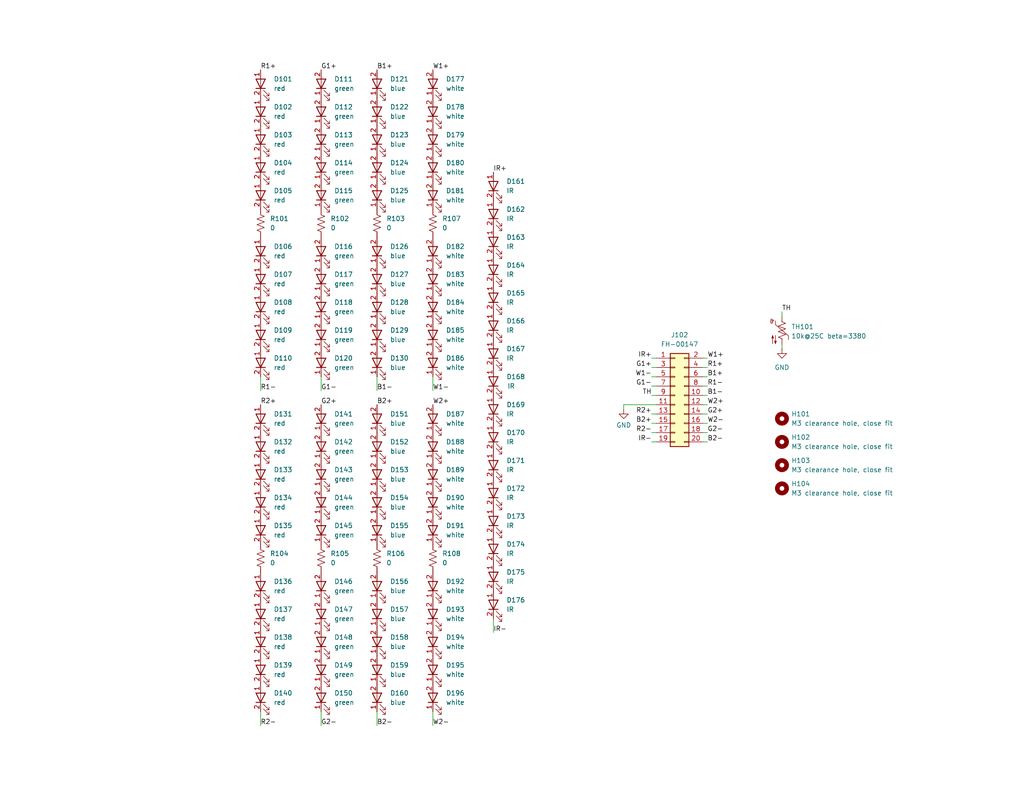
<source format=kicad_sch>
(kicad_sch (version 20250114) (generator "eeschema") (generator_version "9.0")
  (paper "USLetter")
  (title_block (title "big scanlight array pcb") (date "2025-11-04") (rev "1") (company "jackw01"))
  (lib_symbols
    (symbol "Connector_Generic:Conn_02x10_Odd_Even" (pin_names (offset 1.016) (hide yes))
      (property "Reference" "J" (at 1.27 12.7 0))
      (property "Value" "Conn_02x10_Odd_Even" (at 1.27 -15.24 0))
      (symbol "Conn_02x10_Odd_Even_1_1"
        (pin passive line (at -5.08 10.16 0) (length 3.81) (name "Pin_1") (number "1"))
        (pin passive line (at -5.08 7.62 0) (length 3.81) (name "Pin_3") (number "3"))
        (pin passive line (at -5.08 5.08 0) (length 3.81) (name "Pin_5") (number "5"))
        (pin passive line (at -5.08 2.54 0) (length 3.81) (name "Pin_7") (number "7"))
        (pin passive line (at -5.08 0 0) (length 3.81) (name "Pin_9") (number "9"))
        (pin passive line (at -5.08 -2.54 0) (length 3.81) (name "Pin_11") (number "11"))
        (pin passive line (at -5.08 -5.08 0) (length 3.81) (name "Pin_13") (number "13"))
        (pin passive line (at -5.08 -7.62 0) (length 3.81) (name "Pin_15") (number "15"))
        (pin passive line (at -5.08 -10.16 0) (length 3.81) (name "Pin_17") (number "17"))
        (pin passive line (at -5.08 -12.7 0) (length 3.81) (name "Pin_19") (number "19"))
        (pin passive line (at 7.62 10.16 180) (length 3.81) (name "Pin_2") (number "2"))
        (pin passive line (at 7.62 7.62 180) (length 3.81) (name "Pin_4") (number "4"))
        (pin passive line (at 7.62 5.08 180) (length 3.81) (name "Pin_6") (number "6"))
        (pin passive line (at 7.62 2.54 180) (length 3.81) (name "Pin_8") (number "8"))
        (pin passive line (at 7.62 0 180) (length 3.81) (name "Pin_10") (number "10"))
        (pin passive line (at 7.62 -2.54 180) (length 3.81) (name "Pin_12") (number "12"))
        (pin passive line (at 7.62 -5.08 180) (length 3.81) (name "Pin_14") (number "14"))
        (pin passive line (at 7.62 -7.62 180) (length 3.81) (name "Pin_16") (number "16"))
        (pin passive line (at 7.62 -10.16 180) (length 3.81) (name "Pin_18") (number "18"))
        (pin passive line (at 7.62 -12.7 180) (length 3.81) (name "Pin_20") (number "20"))
      )
    )
    (symbol "Device:LED" (pin_names (offset 1.016) (hide yes))
      (property "Reference" "D" (at 0 2.54 0))
      (property "Value" "LED" (at 0 -2.54 0))
      (symbol "LED_1_1"
        (pin passive line (at -3.81 0 0) (length 2.54) (name "K") (number "1"))
        (pin passive line (at 3.81 0 180) (length 2.54) (name "A") (number "2"))
      )
    )
    (symbol "Device:R_US" (pin_numbers (hide yes)) (pin_names (offset 0))
      (property "Reference" "R" (at 2.54 0 90))
      (property "Value" "R_US" (at -2.54 0 90))
      (symbol "R_US_1_1"
        (pin passive line (at 0 3.81 270) (length 1.27) (name "~") (number "1"))
        (pin passive line (at 0 -3.81 90) (length 1.27) (name "~") (number "2"))
      )
    )
    (symbol "Device:Thermistor_NTC_US" (pin_numbers (hide yes)) (pin_names (offset 0))
      (property "Reference" "TH" (at -4.445 0 90))
      (property "Value" "Thermistor_NTC_US" (at 3.175 0 90))
      (symbol "Thermistor_NTC_US_1_1"
        (pin passive line (at 0 3.81 270) (length 1.27) (name "~") (number "1"))
        (pin passive line (at 0 -3.81 90) (length 1.27) (name "~") (number "2"))
      )
    )
    (symbol "LED_1" (pin_names (offset 1.016) (hide yes))
      (property "Reference" "D16" (at -0.3174 -3.81 90))
      (property "Value" "deep red" (at -2.8574 -3.81 90))
      (symbol "LED_1_1_1"
        (pin passive line (at -3.81 0 0) (length 2.54) (name "K") (number "2"))
        (pin passive line (at 3.81 0 180) (length 2.54) (name "A") (number "1"))
      )
    )
    (symbol "LED_7" (pin_names (offset 1.016) (hide yes))
      (property "Reference" "D" (at 0 2.54 0))
      (property "Value" "LED" (at 0 -2.54 0))
      (symbol "LED_7_1_1"
        (pin passive line (at -3.81 0 0) (length 2.54) (name "K") (number "1"))
        (pin passive line (at 3.81 0 180) (length 2.54) (name "A") (number "2"))
      )
    )
    (symbol "Mechanical:MountingHole" (pin_names (offset 1.016)) (in_bom no)
      (property "Reference" "H" (at 0 5.08 0))
      (property "Value" "MountingHole" (at 0 3.175 0))
    )
    (symbol "power:GND" (power) (pin_numbers (hide yes)) (pin_names (offset 0) (hide yes))
      (property "Value" "GND" (at 0 -3.81 0))
      (symbol "GND_1_1"
        (pin power_in line (at 0 0 270) (length 0) (name "~") (number "1"))
      )
    )
  )
  (wire (pts (xy 118.11 194.31) (xy 118.11 198.12)))
  (wire (pts (xy 193.04 102.87) (xy 191.77 102.87)))
  (wire (pts (xy 193.04 113.03) (xy 191.77 113.03)))
  (wire (pts (xy 177.8 115.57) (xy 179.07 115.57)))
  (wire (pts (xy 177.8 120.65) (xy 179.07 120.65)))
  (wire (pts (xy 193.04 115.57) (xy 191.77 115.57)))
  (wire (pts (xy 177.8 118.11) (xy 179.07 118.11)))
  (wire (pts (xy 193.04 120.65) (xy 191.77 120.65)))
  (wire (pts (xy 193.04 118.11) (xy 191.77 118.11)))
  (wire (pts (xy 170.18 111.76) (xy 170.18 110.49)))
  (wire (pts (xy 177.8 113.03) (xy 179.07 113.03)))
  (wire (pts (xy 87.63 102.87) (xy 87.63 106.68)))
  (wire (pts (xy 71.12 102.87) (xy 71.12 106.68)))
  (wire (pts (xy 193.04 105.41) (xy 191.77 105.41)))
  (wire (pts (xy 177.8 97.79) (xy 179.07 97.79)))
  (wire (pts (xy 213.36 85.09) (xy 213.36 86.36)))
  (wire (pts (xy 177.8 102.87) (xy 179.07 102.87)))
  (wire (pts (xy 102.87 102.87) (xy 102.87 106.68)))
  (wire (pts (xy 170.18 110.49) (xy 179.07 110.49)))
  (wire (pts (xy 177.8 107.95) (xy 179.07 107.95)))
  (wire (pts (xy 118.11 102.87) (xy 118.11 106.68)))
  (wire (pts (xy 177.8 100.33) (xy 179.07 100.33)))
  (wire (pts (xy 71.12 194.31) (xy 71.12 198.12)))
  (wire (pts (xy 193.04 97.79) (xy 191.77 97.79)))
  (wire (pts (xy 213.36 93.98) (xy 213.36 95.25)))
  (wire (pts (xy 177.8 105.41) (xy 179.07 105.41)))
  (wire (pts (xy 102.87 194.31) (xy 102.87 198.12)))
  (wire (pts (xy 87.63 194.31) (xy 87.63 198.12)))
  (wire (pts (xy 193.04 110.49) (xy 191.77 110.49)))
  (wire (pts (xy 193.04 107.95) (xy 191.77 107.95)))
  (wire (pts (xy 193.04 100.33) (xy 191.77 100.33)))
  (wire (pts (xy 134.62 168.91) (xy 134.62 172.72)))
  (label "B2+" (at 177.8 115.57 180))
  (label "W1-" (at 177.8 102.87 180))
  (label "R1-" (at 71.12 106.68 0))
  (label "IR-" (at 177.8 120.65 180))
  (label "G1-" (at 87.63 106.68 0))
  (label "G2+" (at 87.63 110.49 0))
  (label "R2+" (at 71.12 110.49 0))
  (label "IR+" (at 177.8 97.79 180))
  (label "W1+" (at 193.04 97.79 0))
  (label "B1+" (at 102.87 19.05 0))
  (label "W2-" (at 118.11 198.12 0))
  (label "R2-" (at 177.8 118.11 180))
  (label "TH" (at 177.8 107.95 180))
  (label "G1+" (at 177.8 100.33 180))
  (label "B1-" (at 102.87 106.68 0))
  (label "W2+" (at 193.04 110.49 0))
  (label "IR-" (at 134.62 172.72 0))
  (label "B2+" (at 102.87 110.49 0))
  (label "R1+" (at 193.04 100.33 0))
  (label "G1+" (at 87.63 19.05 0))
  (label "G2-" (at 193.04 118.11 0))
  (label "W2+" (at 118.11 110.49 0))
  (label "W2-" (at 193.04 115.57 0))
  (label "B2-" (at 102.87 198.12 0))
  (label "B2-" (at 193.04 120.65 0))
  (label "R1+" (at 71.12 19.05 0))
  (label "G1-" (at 177.8 105.41 180))
  (label "W1-" (at 118.11 106.68 0))
  (label "TH" (at 213.36 85.09 0))
  (label "R2-" (at 71.12 198.12 0))
  (label "G2-" (at 87.63 198.12 0))
  (label "IR+" (at 134.62 46.99 0))
  (label "R1-" (at 193.04 105.41 0))
  (label "W1+" (at 118.11 19.05 0))
  (label "G2+" (at 193.04 113.03 0))
  (label "B1+" (at 193.04 102.87 0))
  (label "R2+" (at 177.8 113.03 180))
  (label "B1-" (at 193.04 107.95 0))
  (symbol (lib_id "Device:R_US") (at 71.12 60.96 0) (unit 1)
    (property "Reference" "R101" (at 73.66 59.6899 0) (effects (justify left)))
    (property "Value" "0" (at 73.66 62.2299 0) (effects (justify left)))
    (property "Footprint" "Resistor_SMD:R_1206_3216Metric" (effects (hide yes)))
    (property "Description" "Resistor, US symbol" (effects (hide yes)))
    (property "LCSC" "C17888" (effects (hide yes)))
    (property "MPN" "1206W4F0000T5E" (effects (hide yes)))
  )
  (symbol (lib_id "Device:LED") (at 102.87 114.3 90) (unit 1)
    (property "Reference" "D151" (at 106.426 113.03 90) (effects (justify right)))
    (property "Value" "blue" (at 106.426 115.57 90) (effects (justify right)))
    (property "Footprint" "Custom:LED_2835" (effects (hide yes)))
    (property "Description" "Light emitting diode" (effects (hide yes)))
    (property "MPN" "TJ-S2835UG5W8TLC6B-A5" (effects (hide yes)))
    (property "LCSC" "C440452" (effects (hide yes)))
  )
  (symbol (lib_name "LED_7") (lib_id "Device:LED") (at 87.63 22.86 90) (unit 1)
    (property "Reference" "D111" (at 91.186 21.59 90) (effects (justify right)))
    (property "Value" "green" (at 91.186 24.13 90) (effects (justify right)))
    (property "Footprint" "Custom:LED_2835" (effects (hide yes)))
    (property "Description" "Light emitting diode" (effects (hide yes)))
    (property "MPN" "TJ-S2835UG5W8TLC2G-A5" (effects (hide yes)))
    (property "LCSC" "C440451" (effects (hide yes)))
  )
  (symbol (lib_name "LED_1") (lib_id "Device:LED") (at 134.62 157.48 90) (unit 1)
    (property "Reference" "D175" (at 138.176 156.21 90) (effects (justify right)))
    (property "Value" "IR" (at 138.176 158.75 90) (effects (justify right)))
    (property "Footprint" "Custom:LED_2835_Reversed_Red" (effects (hide yes)))
    (property "Description" "Light emitting diode" (effects (hide yes)))
    (property "MPN" "P2835P1IRS7G12 850nm" (effects (hide yes)))
    (property "LCSC" "C22466172" (effects (hide yes)))
  )
  (symbol (lib_name "LED_7") (lib_id "Device:LED") (at 87.63 121.92 90) (unit 1)
    (property "Reference" "D142" (at 91.186 120.65 90) (effects (justify right)))
    (property "Value" "green" (at 91.186 123.19 90) (effects (justify right)))
    (property "Footprint" "Custom:LED_2835" (effects (hide yes)))
    (property "Description" "Light emitting diode" (effects (hide yes)))
    (property "MPN" "TJ-S2835UG5W8TLC2G-A5" (effects (hide yes)))
    (property "LCSC" "C440451" (effects (hide yes)))
  )
  (symbol (lib_id "Device:LED") (at 102.87 129.54 90) (unit 1)
    (property "Reference" "D153" (at 106.426 128.27 90) (effects (justify right)))
    (property "Value" "blue" (at 106.426 130.81 90) (effects (justify right)))
    (property "Footprint" "Custom:LED_2835" (effects (hide yes)))
    (property "Description" "Light emitting diode" (effects (hide yes)))
    (property "MPN" "TJ-S2835UG5W8TLC6B-A5" (effects (hide yes)))
    (property "LCSC" "C440452" (effects (hide yes)))
  )
  (symbol (lib_name "LED_7") (lib_id "Device:LED") (at 87.63 76.2 90) (unit 1)
    (property "Reference" "D117" (at 91.186 74.93 90) (effects (justify right)))
    (property "Value" "green" (at 91.186 77.47 90) (effects (justify right)))
    (property "Footprint" "Custom:LED_2835" (effects (hide yes)))
    (property "Description" "Light emitting diode" (effects (hide yes)))
    (property "MPN" "TJ-S2835UG5W8TLC2G-A5" (effects (hide yes)))
    (property "LCSC" "C440451" (effects (hide yes)))
  )
  (symbol (lib_name "LED_1") (lib_id "Device:LED") (at 71.12 190.5 90) (unit 1)
    (property "Reference" "D140" (at 74.676 189.23 90) (effects (justify right)))
    (property "Value" "red" (at 74.676 191.77 90) (effects (justify right)))
    (property "Footprint" "Custom:LED_2835_Reversed_Red" (effects (hide yes)))
    (property "Description" "Light emitting diode" (effects (hide yes)))
    (property "MPN" "HL-AS-2835D15FC-S1-08-PCT-ZW-P6" (effects (hide yes)))
    (property "LCSC" "C49435764" (effects (hide yes)))
  )
  (symbol (lib_name "LED_7") (lib_id "Device:LED") (at 87.63 30.48 90) (unit 1)
    (property "Reference" "D112" (at 91.186 29.21 90) (effects (justify right)))
    (property "Value" "green" (at 91.186 31.75 90) (effects (justify right)))
    (property "Footprint" "Custom:LED_2835" (effects (hide yes)))
    (property "Description" "Light emitting diode" (effects (hide yes)))
    (property "MPN" "TJ-S2835UG5W8TLC2G-A5" (effects (hide yes)))
    (property "LCSC" "C440451" (effects (hide yes)))
  )
  (symbol (lib_id "Device:LED") (at 102.87 45.72 90) (unit 1)
    (property "Reference" "D124" (at 106.426 44.45 90) (effects (justify right)))
    (property "Value" "blue" (at 106.426 46.99 90) (effects (justify right)))
    (property "Footprint" "Custom:LED_2835" (effects (hide yes)))
    (property "Description" "Light emitting diode" (effects (hide yes)))
    (property "MPN" "TJ-S2835UG5W8TLC6B-A5" (effects (hide yes)))
    (property "LCSC" "C440452" (effects (hide yes)))
  )
  (symbol (lib_id "Device:R_US") (at 118.11 152.4 0) (unit 1)
    (property "Reference" "R108" (at 120.65 151.1299 0) (effects (justify left)))
    (property "Value" "0" (at 120.65 153.6699 0) (effects (justify left)))
    (property "Footprint" "Resistor_SMD:R_1206_3216Metric" (effects (hide yes)))
    (property "Description" "Resistor, US symbol" (effects (hide yes)))
    (property "LCSC" "C17888" (effects (hide yes)))
    (property "MPN" "1206W4F0000T5E" (effects (hide yes)))
  )
  (symbol (lib_name "LED_7") (lib_id "Device:LED") (at 87.63 167.64 90) (unit 1)
    (property "Reference" "D147" (at 91.186 166.37 90) (effects (justify right)))
    (property "Value" "green" (at 91.186 168.91 90) (effects (justify right)))
    (property "Footprint" "Custom:LED_2835" (effects (hide yes)))
    (property "Description" "Light emitting diode" (effects (hide yes)))
    (property "MPN" "TJ-S2835UG5W8TLC2G-A5" (effects (hide yes)))
    (property "LCSC" "C440451" (effects (hide yes)))
  )
  (symbol (lib_name "LED_1") (lib_id "Device:LED") (at 134.62 58.42 90) (unit 1)
    (property "Reference" "D162" (at 138.176 57.15 90) (effects (justify right)))
    (property "Value" "IR" (at 138.176 59.69 90) (effects (justify right)))
    (property "Footprint" "Custom:LED_2835_Reversed_Red" (effects (hide yes)))
    (property "Description" "Light emitting diode" (effects (hide yes)))
    (property "MPN" "P2835P1IRS7G12 850nm" (effects (hide yes)))
    (property "LCSC" "C22466172" (effects (hide yes)))
  )
  (symbol (lib_name "LED_1") (lib_id "Device:LED") (at 71.12 91.44 90) (unit 1)
    (property "Reference" "D109" (at 74.676 90.17 90) (effects (justify right)))
    (property "Value" "red" (at 74.676 92.71 90) (effects (justify right)))
    (property "Footprint" "Custom:LED_2835_Reversed_Red" (effects (hide yes)))
    (property "Description" "Light emitting diode" (effects (hide yes)))
    (property "MPN" "HL-AS-2835D15FC-S1-08-PCT-ZW-P6" (effects (hide yes)))
    (property "LCSC" "C49435764" (effects (hide yes)))
  )
  (symbol (lib_id "Mechanical:MountingHole") (at 213.36 114.3 0) (unit 1) (in_bom no)
    (property "Reference" "H101" (at 215.9 113.0299 0) (effects (justify left)))
    (property "Value" "M3 clearance hole, close fit" (at 215.9 115.5699 0) (effects (justify left)))
    (property "Footprint" "Custom:MountingHole_3.2mm_M3_Mask" (effects (hide yes)))
    (property "Description" "Mounting Hole without connection" (effects (hide yes)))
  )
  (symbol (lib_name "LED_7") (lib_id "Device:LED") (at 87.63 45.72 90) (unit 1)
    (property "Reference" "D114" (at 91.186 44.45 90) (effects (justify right)))
    (property "Value" "green" (at 91.186 46.99 90) (effects (justify right)))
    (property "Footprint" "Custom:LED_2835" (effects (hide yes)))
    (property "Description" "Light emitting diode" (effects (hide yes)))
    (property "MPN" "TJ-S2835UG5W8TLC2G-A5" (effects (hide yes)))
    (property "LCSC" "C440451" (effects (hide yes)))
  )
  (symbol (lib_name "LED_1") (lib_id "Device:LED") (at 134.62 73.66 90) (unit 1)
    (property "Reference" "D164" (at 138.176 72.39 90) (effects (justify right)))
    (property "Value" "IR" (at 138.176 74.93 90) (effects (justify right)))
    (property "Footprint" "Custom:LED_2835_Reversed_Red" (effects (hide yes)))
    (property "Description" "Light emitting diode" (effects (hide yes)))
    (property "MPN" "P2835P1IRS7G12 850nm" (effects (hide yes)))
    (property "LCSC" "C22466172" (effects (hide yes)))
  )
  (symbol (lib_name "LED_1") (lib_id "Device:LED") (at 71.12 167.64 90) (unit 1)
    (property "Reference" "D137" (at 74.676 166.37 90) (effects (justify right)))
    (property "Value" "red" (at 74.676 168.91 90) (effects (justify right)))
    (property "Footprint" "Custom:LED_2835_Reversed_Red" (effects (hide yes)))
    (property "Description" "Light emitting diode" (effects (hide yes)))
    (property "MPN" "HL-AS-2835D15FC-S1-08-PCT-ZW-P6" (effects (hide yes)))
    (property "LCSC" "C49435764" (effects (hide yes)))
  )
  (symbol (lib_id "Device:R_US") (at 102.87 60.96 0) (unit 1)
    (property "Reference" "R103" (at 105.41 59.6899 0) (effects (justify left)))
    (property "Value" "0" (at 105.41 62.2299 0) (effects (justify left)))
    (property "Footprint" "Resistor_SMD:R_1206_3216Metric" (effects (hide yes)))
    (property "Description" "Resistor, US symbol" (effects (hide yes)))
    (property "LCSC" "C17888" (effects (hide yes)))
    (property "MPN" "1206W4F0000T5E" (effects (hide yes)))
  )
  (symbol (lib_name "LED_7") (lib_id "Device:LED") (at 87.63 137.16 90) (unit 1)
    (property "Reference" "D144" (at 91.186 135.89 90) (effects (justify right)))
    (property "Value" "green" (at 91.186 138.43 90) (effects (justify right)))
    (property "Footprint" "Custom:LED_2835" (effects (hide yes)))
    (property "Description" "Light emitting diode" (effects (hide yes)))
    (property "MPN" "TJ-S2835UG5W8TLC2G-A5" (effects (hide yes)))
    (property "LCSC" "C440451" (effects (hide yes)))
  )
  (symbol (lib_id "Device:LED") (at 102.87 99.06 90) (unit 1)
    (property "Reference" "D130" (at 106.426 97.79 90) (effects (justify right)))
    (property "Value" "blue" (at 106.426 100.33 90) (effects (justify right)))
    (property "Footprint" "Custom:LED_2835" (effects (hide yes)))
    (property "Description" "Light emitting diode" (effects (hide yes)))
    (property "MPN" "TJ-S2835UG5W8TLC6B-A5" (effects (hide yes)))
    (property "LCSC" "C440452" (effects (hide yes)))
  )
  (symbol (lib_name "LED_1") (lib_id "Device:LED") (at 134.62 96.52 90) (unit 1)
    (property "Reference" "D167" (at 138.176 95.25 90) (effects (justify right)))
    (property "Value" "IR" (at 138.176 97.79 90) (effects (justify right)))
    (property "Footprint" "Custom:LED_2835_Reversed_Red" (effects (hide yes)))
    (property "Description" "Light emitting diode" (effects (hide yes)))
    (property "MPN" "P2835P1IRS7G12 850nm" (effects (hide yes)))
    (property "LCSC" "C22466172" (effects (hide yes)))
  )
  (symbol (lib_id "power:GND") (at 170.18 111.76 0) (unit 1)
    (property "Reference" "#PWR0101" (effects (hide yes)))
    (property "Value" "GND" (at 170.18 116.078 0))
    (property "Description" "Power symbol creates a global label with name \"GND\" , ground" (effects (hide yes)))
  )
  (symbol (lib_name "LED_1") (lib_id "Device:LED") (at 71.12 83.82 90) (unit 1)
    (property "Reference" "D108" (at 74.676 82.55 90) (effects (justify right)))
    (property "Value" "red" (at 74.676 85.09 90) (effects (justify right)))
    (property "Footprint" "Custom:LED_2835_Reversed_Red" (effects (hide yes)))
    (property "Description" "Light emitting diode" (effects (hide yes)))
    (property "MPN" "HL-AS-2835D15FC-S1-08-PCT-ZW-P6" (effects (hide yes)))
    (property "LCSC" "C49435764" (effects (hide yes)))
  )
  (symbol (lib_id "Device:LED") (at 102.87 175.26 90) (unit 1)
    (property "Reference" "D158" (at 106.426 173.99 90) (effects (justify right)))
    (property "Value" "blue" (at 106.426 176.53 90) (effects (justify right)))
    (property "Footprint" "Custom:LED_2835" (effects (hide yes)))
    (property "Description" "Light emitting diode" (effects (hide yes)))
    (property "MPN" "TJ-S2835UG5W8TLC6B-A5" (effects (hide yes)))
    (property "LCSC" "C440452" (effects (hide yes)))
  )
  (symbol (lib_name "LED_1") (lib_id "Device:LED") (at 71.12 114.3 90) (unit 1)
    (property "Reference" "D131" (at 74.676 113.03 90) (effects (justify right)))
    (property "Value" "red" (at 74.676 115.57 90) (effects (justify right)))
    (property "Footprint" "Custom:LED_2835_Reversed_Red" (effects (hide yes)))
    (property "Description" "Light emitting diode" (effects (hide yes)))
    (property "MPN" "HL-AS-2835D15FC-S1-08-PCT-ZW-P6" (effects (hide yes)))
    (property "LCSC" "C49435764" (effects (hide yes)))
  )
  (symbol (lib_name "LED_1") (lib_id "Device:LED") (at 134.62 149.86 90) (unit 1)
    (property "Reference" "D174" (at 138.176 148.59 90) (effects (justify right)))
    (property "Value" "IR" (at 138.176 151.13 90) (effects (justify right)))
    (property "Footprint" "Custom:LED_2835_Reversed_Red" (effects (hide yes)))
    (property "Description" "Light emitting diode" (effects (hide yes)))
    (property "MPN" "P2835P1IRS7G12 850nm" (effects (hide yes)))
    (property "LCSC" "C22466172" (effects (hide yes)))
  )
  (symbol (lib_name "LED_1") (lib_id "Device:LED") (at 71.12 45.72 90) (unit 1)
    (property "Reference" "D104" (at 74.676 44.45 90) (effects (justify right)))
    (property "Value" "red" (at 74.676 46.99 90) (effects (justify right)))
    (property "Footprint" "Custom:LED_2835_Reversed_Red" (effects (hide yes)))
    (property "Description" "Light emitting diode" (effects (hide yes)))
    (property "MPN" "HL-AS-2835D15FC-S1-08-PCT-ZW-P6" (effects (hide yes)))
    (property "LCSC" "C49435764" (effects (hide yes)))
  )
  (symbol (lib_id "Device:LED") (at 118.11 114.3 90) (unit 1)
    (property "Reference" "D187" (at 121.666 113.03 90) (effects (justify right)))
    (property "Value" "white" (at 121.666 115.57 90) (effects (justify right)))
    (property "Footprint" "Custom:LED_2835" (effects (hide yes)))
    (property "Description" "Light emitting diode" (effects (hide yes)))
    (property "MPN" "HL-AM-2835H421W-S1-08-HR6(SDCM<6)(4750K-5300K)60mA" (effects (hide yes)))
    (property "LCSC" "C516133" (effects (hide yes)))
  )
  (symbol (lib_id "Device:LED") (at 118.11 121.92 90) (unit 1)
    (property "Reference" "D188" (at 121.666 120.65 90) (effects (justify right)))
    (property "Value" "white" (at 121.666 123.19 90) (effects (justify right)))
    (property "Footprint" "Custom:LED_2835" (effects (hide yes)))
    (property "Description" "Light emitting diode" (effects (hide yes)))
    (property "MPN" "HL-AM-2835H421W-S1-08-HR6(SDCM<6)(4750K-5300K)60mA" (effects (hide yes)))
    (property "LCSC" "C516133" (effects (hide yes)))
  )
  (symbol (lib_name "LED_1") (lib_id "Device:LED") (at 71.12 129.54 90) (unit 1)
    (property "Reference" "D133" (at 74.676 128.27 90) (effects (justify right)))
    (property "Value" "red" (at 74.676 130.81 90) (effects (justify right)))
    (property "Footprint" "Custom:LED_2835_Reversed_Red" (effects (hide yes)))
    (property "Description" "Light emitting diode" (effects (hide yes)))
    (property "MPN" "HL-AS-2835D15FC-S1-08-PCT-ZW-P6" (effects (hide yes)))
    (property "LCSC" "C49435764" (effects (hide yes)))
  )
  (symbol (lib_name "LED_7") (lib_id "Device:LED") (at 87.63 38.1 90) (unit 1)
    (property "Reference" "D113" (at 91.186 36.83 90) (effects (justify right)))
    (property "Value" "green" (at 91.186 39.37 90) (effects (justify right)))
    (property "Footprint" "Custom:LED_2835" (effects (hide yes)))
    (property "Description" "Light emitting diode" (effects (hide yes)))
    (property "MPN" "TJ-S2835UG5W8TLC2G-A5" (effects (hide yes)))
    (property "LCSC" "C440451" (effects (hide yes)))
  )
  (symbol (lib_id "Device:LED") (at 102.87 38.1 90) (unit 1)
    (property "Reference" "D123" (at 106.426 36.83 90) (effects (justify right)))
    (property "Value" "blue" (at 106.426 39.37 90) (effects (justify right)))
    (property "Footprint" "Custom:LED_2835" (effects (hide yes)))
    (property "Description" "Light emitting diode" (effects (hide yes)))
    (property "MPN" "TJ-S2835UG5W8TLC6B-A5" (effects (hide yes)))
    (property "LCSC" "C440452" (effects (hide yes)))
  )
  (symbol (lib_id "Device:LED") (at 118.11 182.88 90) (unit 1)
    (property "Reference" "D195" (at 121.666 181.61 90) (effects (justify right)))
    (property "Value" "white" (at 121.666 184.15 90) (effects (justify right)))
    (property "Footprint" "Custom:LED_2835" (effects (hide yes)))
    (property "Description" "Light emitting diode" (effects (hide yes)))
    (property "MPN" "HL-AM-2835H421W-S1-08-HR6(SDCM<6)(4750K-5300K)60mA" (effects (hide yes)))
    (property "LCSC" "C516133" (effects (hide yes)))
  )
  (symbol (lib_name "LED_1") (lib_id "Device:LED") (at 134.62 142.24 90) (unit 1)
    (property "Reference" "D173" (at 138.176 140.97 90) (effects (justify right)))
    (property "Value" "IR" (at 138.176 143.51 90) (effects (justify right)))
    (property "Footprint" "Custom:LED_2835_Reversed_Red" (effects (hide yes)))
    (property "Description" "Light emitting diode" (effects (hide yes)))
    (property "MPN" "P2835P1IRS7G12 850nm" (effects (hide yes)))
    (property "LCSC" "C22466172" (effects (hide yes)))
  )
  (symbol (lib_name "LED_1") (lib_id "Device:LED") (at 71.12 160.02 90) (unit 1)
    (property "Reference" "D136" (at 74.676 158.75 90) (effects (justify right)))
    (property "Value" "red" (at 74.676 161.29 90) (effects (justify right)))
    (property "Footprint" "Custom:LED_2835_Reversed_Red" (effects (hide yes)))
    (property "Description" "Light emitting diode" (effects (hide yes)))
    (property "MPN" "HL-AS-2835D15FC-S1-08-PCT-ZW-P6" (effects (hide yes)))
    (property "LCSC" "C49435764" (effects (hide yes)))
  )
  (symbol (lib_id "Device:LED") (at 118.11 144.78 90) (unit 1)
    (property "Reference" "D191" (at 121.666 143.51 90) (effects (justify right)))
    (property "Value" "white" (at 121.666 146.05 90) (effects (justify right)))
    (property "Footprint" "Custom:LED_2835" (effects (hide yes)))
    (property "Description" "Light emitting diode" (effects (hide yes)))
    (property "MPN" "HL-AM-2835H421W-S1-08-HR6(SDCM<6)(4750K-5300K)60mA" (effects (hide yes)))
    (property "LCSC" "C516133" (effects (hide yes)))
  )
  (symbol (lib_name "LED_7") (lib_id "Device:LED") (at 87.63 91.44 90) (unit 1)
    (property "Reference" "D119" (at 91.186 90.17 90) (effects (justify right)))
    (property "Value" "green" (at 91.186 92.71 90) (effects (justify right)))
    (property "Footprint" "Custom:LED_2835" (effects (hide yes)))
    (property "Description" "Light emitting diode" (effects (hide yes)))
    (property "MPN" "TJ-S2835UG5W8TLC2G-A5" (effects (hide yes)))
    (property "LCSC" "C440451" (effects (hide yes)))
  )
  (symbol (lib_name "LED_1") (lib_id "Device:LED") (at 71.12 137.16 90) (unit 1)
    (property "Reference" "D134" (at 74.676 135.89 90) (effects (justify right)))
    (property "Value" "red" (at 74.676 138.43 90) (effects (justify right)))
    (property "Footprint" "Custom:LED_2835_Reversed_Red" (effects (hide yes)))
    (property "Description" "Light emitting diode" (effects (hide yes)))
    (property "MPN" "HL-AS-2835D15FC-S1-08-PCT-ZW-P6" (effects (hide yes)))
    (property "LCSC" "C49435764" (effects (hide yes)))
  )
  (symbol (lib_name "LED_1") (lib_id "Device:LED") (at 71.12 175.26 90) (unit 1)
    (property "Reference" "D138" (at 74.676 173.99 90) (effects (justify right)))
    (property "Value" "red" (at 74.676 176.53 90) (effects (justify right)))
    (property "Footprint" "Custom:LED_2835_Reversed_Red" (effects (hide yes)))
    (property "Description" "Light emitting diode" (effects (hide yes)))
    (property "MPN" "HL-AS-2835D15FC-S1-08-PCT-ZW-P6" (effects (hide yes)))
    (property "LCSC" "C49435764" (effects (hide yes)))
  )
  (symbol (lib_name "LED_7") (lib_id "Device:LED") (at 87.63 83.82 90) (unit 1)
    (property "Reference" "D118" (at 91.186 82.55 90) (effects (justify right)))
    (property "Value" "green" (at 91.186 85.09 90) (effects (justify right)))
    (property "Footprint" "Custom:LED_2835" (effects (hide yes)))
    (property "Description" "Light emitting diode" (effects (hide yes)))
    (property "MPN" "TJ-S2835UG5W8TLC2G-A5" (effects (hide yes)))
    (property "LCSC" "C440451" (effects (hide yes)))
  )
  (symbol (lib_id "Device:R_US") (at 71.12 152.4 0) (unit 1)
    (property "Reference" "R104" (at 73.66 151.1299 0) (effects (justify left)))
    (property "Value" "0" (at 73.66 153.6699 0) (effects (justify left)))
    (property "Footprint" "Resistor_SMD:R_1206_3216Metric" (effects (hide yes)))
    (property "Description" "Resistor, US symbol" (effects (hide yes)))
    (property "LCSC" "C17888" (effects (hide yes)))
    (property "MPN" "1206W4F0000T5E" (effects (hide yes)))
  )
  (symbol (lib_name "LED_1") (lib_id "Device:LED") (at 134.62 127 90) (unit 1)
    (property "Reference" "D171" (at 138.176 125.73 90) (effects (justify right)))
    (property "Value" "IR" (at 138.176 128.27 90) (effects (justify right)))
    (property "Footprint" "Custom:LED_2835_Reversed_Red" (effects (hide yes)))
    (property "Description" "Light emitting diode" (effects (hide yes)))
    (property "MPN" "P2835P1IRS7G12 850nm" (effects (hide yes)))
    (property "LCSC" "C22466172" (effects (hide yes)))
  )
  (symbol (lib_id "Device:LED") (at 118.11 83.82 90) (unit 1)
    (property "Reference" "D184" (at 121.666 82.55 90) (effects (justify right)))
    (property "Value" "white" (at 121.666 85.09 90) (effects (justify right)))
    (property "Footprint" "Custom:LED_2835" (effects (hide yes)))
    (property "Description" "Light emitting diode" (effects (hide yes)))
    (property "MPN" "HL-AM-2835H421W-S1-08-HR6(SDCM<6)(4750K-5300K)60mA" (effects (hide yes)))
    (property "LCSC" "C516133" (effects (hide yes)))
  )
  (symbol (lib_id "Device:LED") (at 102.87 137.16 90) (unit 1)
    (property "Reference" "D154" (at 106.426 135.89 90) (effects (justify right)))
    (property "Value" "blue" (at 106.426 138.43 90) (effects (justify right)))
    (property "Footprint" "Custom:LED_2835" (effects (hide yes)))
    (property "Description" "Light emitting diode" (effects (hide yes)))
    (property "MPN" "TJ-S2835UG5W8TLC6B-A5" (effects (hide yes)))
    (property "LCSC" "C440452" (effects (hide yes)))
  )
  (symbol (lib_id "Device:R_US") (at 118.11 60.96 0) (unit 1)
    (property "Reference" "R107" (at 120.65 59.6899 0) (effects (justify left)))
    (property "Value" "0" (at 120.65 62.2299 0) (effects (justify left)))
    (property "Footprint" "Resistor_SMD:R_1206_3216Metric" (effects (hide yes)))
    (property "Description" "Resistor, US symbol" (effects (hide yes)))
    (property "LCSC" "C17888" (effects (hide yes)))
    (property "MPN" "1206W4F0000T5E" (effects (hide yes)))
  )
  (symbol (lib_id "Device:LED") (at 118.11 99.06 90) (unit 1)
    (property "Reference" "D186" (at 121.666 97.79 90) (effects (justify right)))
    (property "Value" "white" (at 121.666 100.33 90) (effects (justify right)))
    (property "Footprint" "Custom:LED_2835" (effects (hide yes)))
    (property "Description" "Light emitting diode" (effects (hide yes)))
    (property "MPN" "HL-AM-2835H421W-S1-08-HR6(SDCM<6)(4750K-5300K)60mA" (effects (hide yes)))
    (property "LCSC" "C516133" (effects (hide yes)))
  )
  (symbol (lib_id "Device:LED") (at 118.11 30.48 90) (unit 1)
    (property "Reference" "D178" (at 121.666 29.21 90) (effects (justify right)))
    (property "Value" "white" (at 121.666 31.75 90) (effects (justify right)))
    (property "Footprint" "Custom:LED_2835" (effects (hide yes)))
    (property "Description" "Light emitting diode" (effects (hide yes)))
    (property "MPN" "HL-AM-2835H421W-S1-08-HR6(SDCM<6)(4750K-5300K)60mA" (effects (hide yes)))
    (property "LCSC" "C516133" (effects (hide yes)))
  )
  (symbol (lib_id "Device:LED") (at 102.87 160.02 90) (unit 1)
    (property "Reference" "D156" (at 106.426 158.75 90) (effects (justify right)))
    (property "Value" "blue" (at 106.426 161.29 90) (effects (justify right)))
    (property "Footprint" "Custom:LED_2835" (effects (hide yes)))
    (property "Description" "Light emitting diode" (effects (hide yes)))
    (property "MPN" "TJ-S2835UG5W8TLC6B-A5" (effects (hide yes)))
    (property "LCSC" "C440452" (effects (hide yes)))
  )
  (symbol (lib_id "Device:LED") (at 102.87 190.5 90) (unit 1)
    (property "Reference" "D160" (at 106.426 189.23 90) (effects (justify right)))
    (property "Value" "blue" (at 106.426 191.77 90) (effects (justify right)))
    (property "Footprint" "Custom:LED_2835" (effects (hide yes)))
    (property "Description" "Light emitting diode" (effects (hide yes)))
    (property "MPN" "TJ-S2835UG5W8TLC6B-A5" (effects (hide yes)))
    (property "LCSC" "C440452" (effects (hide yes)))
  )
  (symbol (lib_id "Device:LED") (at 102.87 144.78 90) (unit 1)
    (property "Reference" "D155" (at 106.426 143.51 90) (effects (justify right)))
    (property "Value" "blue" (at 106.426 146.05 90) (effects (justify right)))
    (property "Footprint" "Custom:LED_2835" (effects (hide yes)))
    (property "Description" "Light emitting diode" (effects (hide yes)))
    (property "MPN" "TJ-S2835UG5W8TLC6B-A5" (effects (hide yes)))
    (property "LCSC" "C440452" (effects (hide yes)))
  )
  (symbol (lib_id "Device:LED") (at 118.11 160.02 90) (unit 1)
    (property "Reference" "D192" (at 121.666 158.75 90) (effects (justify right)))
    (property "Value" "white" (at 121.666 161.29 90) (effects (justify right)))
    (property "Footprint" "Custom:LED_2835" (effects (hide yes)))
    (property "Description" "Light emitting diode" (effects (hide yes)))
    (property "MPN" "HL-AM-2835H421W-S1-08-HR6(SDCM<6)(4750K-5300K)60mA" (effects (hide yes)))
    (property "LCSC" "C516133" (effects (hide yes)))
  )
  (symbol (lib_name "LED_1") (lib_id "Device:LED") (at 134.62 50.8 90) (unit 1)
    (property "Reference" "D161" (at 138.176 49.53 90) (effects (justify right)))
    (property "Value" "IR" (at 138.176 52.07 90) (effects (justify right)))
    (property "Footprint" "Custom:LED_2835_Reversed_Red" (effects (hide yes)))
    (property "Description" "Light emitting diode" (effects (hide yes)))
    (property "MPN" "P2835P1IRS7G12 850nm" (effects (hide yes)))
    (property "LCSC" "C22466172" (effects (hide yes)))
  )
  (symbol (lib_name "LED_7") (lib_id "Device:LED") (at 87.63 144.78 90) (unit 1)
    (property "Reference" "D145" (at 91.186 143.51 90) (effects (justify right)))
    (property "Value" "green" (at 91.186 146.05 90) (effects (justify right)))
    (property "Footprint" "Custom:LED_2835" (effects (hide yes)))
    (property "Description" "Light emitting diode" (effects (hide yes)))
    (property "MPN" "TJ-S2835UG5W8TLC2G-A5" (effects (hide yes)))
    (property "LCSC" "C440451" (effects (hide yes)))
  )
  (symbol (lib_id "Device:LED") (at 118.11 45.72 90) (unit 1)
    (property "Reference" "D180" (at 121.666 44.45 90) (effects (justify right)))
    (property "Value" "white" (at 121.666 46.99 90) (effects (justify right)))
    (property "Footprint" "Custom:LED_2835" (effects (hide yes)))
    (property "Description" "Light emitting diode" (effects (hide yes)))
    (property "MPN" "HL-AM-2835H421W-S1-08-HR6(SDCM<6)(4750K-5300K)60mA" (effects (hide yes)))
    (property "LCSC" "C516133" (effects (hide yes)))
  )
  (symbol (lib_id "Device:LED") (at 102.87 68.58 90) (unit 1)
    (property "Reference" "D126" (at 106.426 67.31 90) (effects (justify right)))
    (property "Value" "blue" (at 106.426 69.85 90) (effects (justify right)))
    (property "Footprint" "Custom:LED_2835" (effects (hide yes)))
    (property "Description" "Light emitting diode" (effects (hide yes)))
    (property "MPN" "TJ-S2835UG5W8TLC6B-A5" (effects (hide yes)))
    (property "LCSC" "C440452" (effects (hide yes)))
  )
  (symbol (lib_name "LED_7") (lib_id "Device:LED") (at 87.63 190.5 90) (unit 1)
    (property "Reference" "D150" (at 91.186 189.23 90) (effects (justify right)))
    (property "Value" "green" (at 91.186 191.77 90) (effects (justify right)))
    (property "Footprint" "Custom:LED_2835" (effects (hide yes)))
    (property "Description" "Light emitting diode" (effects (hide yes)))
    (property "MPN" "TJ-S2835UG5W8TLC2G-A5" (effects (hide yes)))
    (property "LCSC" "C440451" (effects (hide yes)))
  )
  (symbol (lib_id "Device:LED") (at 118.11 137.16 90) (unit 1)
    (property "Reference" "D190" (at 121.666 135.89 90) (effects (justify right)))
    (property "Value" "white" (at 121.666 138.43 90) (effects (justify right)))
    (property "Footprint" "Custom:LED_2835" (effects (hide yes)))
    (property "Description" "Light emitting diode" (effects (hide yes)))
    (property "MPN" "HL-AM-2835H421W-S1-08-HR6(SDCM<6)(4750K-5300K)60mA" (effects (hide yes)))
    (property "LCSC" "C516133" (effects (hide yes)))
  )
  (symbol (lib_id "Device:LED") (at 118.11 22.86 90) (unit 1)
    (property "Reference" "D177" (at 121.666 21.59 90) (effects (justify right)))
    (property "Value" "white" (at 121.666 24.13 90) (effects (justify right)))
    (property "Footprint" "Custom:LED_2835" (effects (hide yes)))
    (property "Description" "Light emitting diode" (effects (hide yes)))
    (property "MPN" "HL-AM-2835H421W-S1-08-HR6(SDCM<6)(4750K-5300K)60mA" (effects (hide yes)))
    (property "LCSC" "C516133" (effects (hide yes)))
  )
  (symbol (lib_name "LED_1") (lib_id "Device:LED") (at 71.12 144.78 90) (unit 1)
    (property "Reference" "D135" (at 74.676 143.51 90) (effects (justify right)))
    (property "Value" "red" (at 74.676 146.05 90) (effects (justify right)))
    (property "Footprint" "Custom:LED_2835_Reversed_Red" (effects (hide yes)))
    (property "Description" "Light emitting diode" (effects (hide yes)))
    (property "MPN" "HL-AS-2835D15FC-S1-08-PCT-ZW-P6" (effects (hide yes)))
    (property "LCSC" "C49435764" (effects (hide yes)))
  )
  (symbol (lib_id "Connector_Generic:Conn_02x10_Odd_Even") (at 184.15 107.95 0) (unit 1)
    (property "Reference" "J102" (at 185.42 91.44 0))
    (property "Value" "FH-00147" (at 185.42 93.98 0))
    (property "Footprint" "Custom:PinSocket_2x10_P2.00mm_Vertical_SMD" (effects (hide yes)))
    (property "Description" "Generic connector, double row, 02x10, odd/even pin numbering scheme (row 1 odd numbers, row 2 even numbers), script generated (kicad-library-utils/schlib/autogen/connector/)" (effects (hide yes)))
    (property "MPN" "FH-00147" (effects (hide yes)))
    (property "LCSC" "C2685091" (effects (hide yes)))
  )
  (symbol (lib_name "LED_7") (lib_id "Device:LED") (at 87.63 114.3 90) (unit 1)
    (property "Reference" "D141" (at 91.186 113.03 90) (effects (justify right)))
    (property "Value" "green" (at 91.186 115.57 90) (effects (justify right)))
    (property "Footprint" "Custom:LED_2835" (effects (hide yes)))
    (property "Description" "Light emitting diode" (effects (hide yes)))
    (property "MPN" "TJ-S2835UG5W8TLC2G-A5" (effects (hide yes)))
    (property "LCSC" "C440451" (effects (hide yes)))
  )
  (symbol (lib_id "Device:LED") (at 102.87 182.88 90) (unit 1)
    (property "Reference" "D159" (at 106.426 181.61 90) (effects (justify right)))
    (property "Value" "blue" (at 106.426 184.15 90) (effects (justify right)))
    (property "Footprint" "Custom:LED_2835" (effects (hide yes)))
    (property "Description" "Light emitting diode" (effects (hide yes)))
    (property "MPN" "TJ-S2835UG5W8TLC6B-A5" (effects (hide yes)))
    (property "LCSC" "C440452" (effects (hide yes)))
  )
  (symbol (lib_name "LED_1") (lib_id "Device:LED") (at 134.62 119.38 90) (unit 1)
    (property "Reference" "D170" (at 138.176 118.11 90) (effects (justify right)))
    (property "Value" "IR" (at 138.176 120.65 90) (effects (justify right)))
    (property "Footprint" "Custom:LED_2835_Reversed_Red" (effects (hide yes)))
    (property "Description" "Light emitting diode" (effects (hide yes)))
    (property "MPN" "P2835P1IRS7G12 850nm" (effects (hide yes)))
    (property "LCSC" "C22466172" (effects (hide yes)))
  )
  (symbol (lib_name "LED_1") (lib_id "Device:LED") (at 71.12 53.34 90) (unit 1)
    (property "Reference" "D105" (at 74.676 52.07 90) (effects (justify right)))
    (property "Value" "red" (at 74.676 54.61 90) (effects (justify right)))
    (property "Footprint" "Custom:LED_2835_Reversed_Red" (effects (hide yes)))
    (property "Description" "Light emitting diode" (effects (hide yes)))
    (property "MPN" "HL-AS-2835D15FC-S1-08-PCT-ZW-P6" (effects (hide yes)))
    (property "LCSC" "C49435764" (effects (hide yes)))
  )
  (symbol (lib_id "Mechanical:MountingHole") (at 213.36 127 0) (unit 1) (in_bom no)
    (property "Reference" "H103" (at 215.9 125.7299 0) (effects (justify left)))
    (property "Value" "M3 clearance hole, close fit" (at 215.9 128.2699 0) (effects (justify left)))
    (property "Footprint" "Custom:MountingHole_3.2mm_M3_Mask" (effects (hide yes)))
    (property "Description" "Mounting Hole without connection" (effects (hide yes)))
  )
  (symbol (lib_id "Device:LED") (at 118.11 38.1 90) (unit 1)
    (property "Reference" "D179" (at 121.666 36.83 90) (effects (justify right)))
    (property "Value" "white" (at 121.666 39.37 90) (effects (justify right)))
    (property "Footprint" "Custom:LED_2835" (effects (hide yes)))
    (property "Description" "Light emitting diode" (effects (hide yes)))
    (property "MPN" "HL-AM-2835H421W-S1-08-HR6(SDCM<6)(4750K-5300K)60mA" (effects (hide yes)))
    (property "LCSC" "C516133" (effects (hide yes)))
  )
  (symbol (lib_name "LED_1") (lib_id "Device:LED") (at 71.12 182.88 90) (unit 1)
    (property "Reference" "D139" (at 74.676 181.61 90) (effects (justify right)))
    (property "Value" "red" (at 74.676 184.15 90) (effects (justify right)))
    (property "Footprint" "Custom:LED_2835_Reversed_Red" (effects (hide yes)))
    (property "Description" "Light emitting diode" (effects (hide yes)))
    (property "MPN" "HL-AS-2835D15FC-S1-08-PCT-ZW-P6" (effects (hide yes)))
    (property "LCSC" "C49435764" (effects (hide yes)))
  )
  (symbol (lib_id "Device:LED") (at 118.11 68.58 90) (unit 1)
    (property "Reference" "D182" (at 121.666 67.31 90) (effects (justify right)))
    (property "Value" "white" (at 121.666 69.85 90) (effects (justify right)))
    (property "Footprint" "Custom:LED_2835" (effects (hide yes)))
    (property "Description" "Light emitting diode" (effects (hide yes)))
    (property "MPN" "HL-AM-2835H421W-S1-08-HR6(SDCM<6)(4750K-5300K)60mA" (effects (hide yes)))
    (property "LCSC" "C516133" (effects (hide yes)))
  )
  (symbol (lib_name "LED_1") (lib_id "Device:LED") (at 71.12 99.06 90) (unit 1)
    (property "Reference" "D110" (at 74.676 97.79 90) (effects (justify right)))
    (property "Value" "red" (at 74.676 100.33 90) (effects (justify right)))
    (property "Footprint" "Custom:LED_2835_Reversed_Red" (effects (hide yes)))
    (property "Description" "Light emitting diode" (effects (hide yes)))
    (property "MPN" "HL-AS-2835D15FC-S1-08-PCT-ZW-P6" (effects (hide yes)))
    (property "LCSC" "C49435764" (effects (hide yes)))
  )
  (symbol (lib_id "Device:Thermistor_NTC_US") (at 213.36 90.17 0) (unit 1)
    (property "Reference" "TH101" (at 215.9 89.2174 0) (effects (justify left)))
    (property "Value" "10k@25C beta=3380" (at 215.9 91.7574 0) (effects (justify left)))
    (property "Footprint" "Resistor_SMD:R_0603_1608Metric" (effects (hide yes)))
    (property "Description" "Temperature dependent resistor, negative temperature coefficient, US symbol" (effects (hide yes)))
    (property "MPN" "NCP18XH103F03RB" (effects (hide yes)))
    (property "LCSC" "C13564" (effects (hide yes)))
  )
  (symbol (lib_id "Mechanical:MountingHole") (at 213.36 133.35 0) (unit 1) (in_bom no)
    (property "Reference" "H104" (at 215.9 132.0799 0) (effects (justify left)))
    (property "Value" "M3 clearance hole, close fit" (at 215.9 134.6199 0) (effects (justify left)))
    (property "Footprint" "Custom:MountingHole_3.2mm_M3_Mask" (effects (hide yes)))
    (property "Description" "Mounting Hole without connection" (effects (hide yes)))
  )
  (symbol (lib_name "LED_7") (lib_id "Device:LED") (at 87.63 129.54 90) (unit 1)
    (property "Reference" "D143" (at 91.186 128.27 90) (effects (justify right)))
    (property "Value" "green" (at 91.186 130.81 90) (effects (justify right)))
    (property "Footprint" "Custom:LED_2835" (effects (hide yes)))
    (property "Description" "Light emitting diode" (effects (hide yes)))
    (property "MPN" "TJ-S2835UG5W8TLC2G-A5" (effects (hide yes)))
    (property "LCSC" "C440451" (effects (hide yes)))
  )
  (symbol (lib_id "Device:LED") (at 102.87 121.92 90) (unit 1)
    (property "Reference" "D152" (at 106.426 120.65 90) (effects (justify right)))
    (property "Value" "blue" (at 106.426 123.19 90) (effects (justify right)))
    (property "Footprint" "Custom:LED_2835" (effects (hide yes)))
    (property "Description" "Light emitting diode" (effects (hide yes)))
    (property "MPN" "TJ-S2835UG5W8TLC6B-A5" (effects (hide yes)))
    (property "LCSC" "C440452" (effects (hide yes)))
  )
  (symbol (lib_id "Mechanical:MountingHole") (at 213.36 120.65 0) (unit 1) (in_bom no)
    (property "Reference" "H102" (at 215.9 119.3799 0) (effects (justify left)))
    (property "Value" "M3 clearance hole, close fit" (at 215.9 121.9199 0) (effects (justify left)))
    (property "Footprint" "Custom:MountingHole_3.2mm_M3_Mask" (effects (hide yes)))
    (property "Description" "Mounting Hole without connection" (effects (hide yes)))
  )
  (symbol (lib_name "LED_1") (lib_id "Device:LED") (at 134.62 104.14 90) (unit 1)
    (property "Reference" "D168" (at 138.176 102.87 90) (effects (justify right)))
    (property "Value" "IR" (at 138.43 105.41 90) (effects (justify right)))
    (property "Footprint" "Custom:LED_2835_Reversed_Red" (effects (hide yes)))
    (property "Description" "Light emitting diode" (effects (hide yes)))
    (property "MPN" "P2835P1IRS7G12 850nm" (effects (hide yes)))
    (property "LCSC" "C22466172" (effects (hide yes)))
  )
  (symbol (lib_id "Device:LED") (at 102.87 76.2 90) (unit 1)
    (property "Reference" "D127" (at 106.426 74.93 90) (effects (justify right)))
    (property "Value" "blue" (at 106.426 77.47 90) (effects (justify right)))
    (property "Footprint" "Custom:LED_2835" (effects (hide yes)))
    (property "Description" "Light emitting diode" (effects (hide yes)))
    (property "MPN" "TJ-S2835UG5W8TLC6B-A5" (effects (hide yes)))
    (property "LCSC" "C440452" (effects (hide yes)))
  )
  (symbol (lib_id "Device:LED") (at 118.11 76.2 90) (unit 1)
    (property "Reference" "D183" (at 121.666 74.93 90) (effects (justify right)))
    (property "Value" "white" (at 121.666 77.47 90) (effects (justify right)))
    (property "Footprint" "Custom:LED_2835" (effects (hide yes)))
    (property "Description" "Light emitting diode" (effects (hide yes)))
    (property "MPN" "HL-AM-2835H421W-S1-08-HR6(SDCM<6)(4750K-5300K)60mA" (effects (hide yes)))
    (property "LCSC" "C516133" (effects (hide yes)))
  )
  (symbol (lib_name "LED_1") (lib_id "Device:LED") (at 71.12 68.58 90) (unit 1)
    (property "Reference" "D106" (at 74.676 67.31 90) (effects (justify right)))
    (property "Value" "red" (at 74.676 69.85 90) (effects (justify right)))
    (property "Footprint" "Custom:LED_2835_Reversed_Red" (effects (hide yes)))
    (property "Description" "Light emitting diode" (effects (hide yes)))
    (property "MPN" "HL-AS-2835D15FC-S1-08-PCT-ZW-P6" (effects (hide yes)))
    (property "LCSC" "C49435764" (effects (hide yes)))
  )
  (symbol (lib_name "LED_7") (lib_id "Device:LED") (at 87.63 53.34 90) (unit 1)
    (property "Reference" "D115" (at 91.186 52.07 90) (effects (justify right)))
    (property "Value" "green" (at 91.186 54.61 90) (effects (justify right)))
    (property "Footprint" "Custom:LED_2835" (effects (hide yes)))
    (property "Description" "Light emitting diode" (effects (hide yes)))
    (property "MPN" "TJ-S2835UG5W8TLC2G-A5" (effects (hide yes)))
    (property "LCSC" "C440451" (effects (hide yes)))
  )
  (symbol (lib_id "Device:R_US") (at 87.63 60.96 0) (unit 1)
    (property "Reference" "R102" (at 90.17 59.6899 0) (effects (justify left)))
    (property "Value" "0" (at 90.17 62.2299 0) (effects (justify left)))
    (property "Footprint" "Resistor_SMD:R_1206_3216Metric" (effects (hide yes)))
    (property "Description" "Resistor, US symbol" (effects (hide yes)))
    (property "LCSC" "C17888" (effects (hide yes)))
    (property "MPN" "1206W4F0000T5E" (effects (hide yes)))
  )
  (symbol (lib_name "LED_1") (lib_id "Device:LED") (at 134.62 81.28 90) (unit 1)
    (property "Reference" "D165" (at 138.176 80.01 90) (effects (justify right)))
    (property "Value" "IR" (at 138.176 82.55 90) (effects (justify right)))
    (property "Footprint" "Custom:LED_2835_Reversed_Red" (effects (hide yes)))
    (property "Description" "Light emitting diode" (effects (hide yes)))
    (property "MPN" "P2835P1IRS7G12 850nm" (effects (hide yes)))
    (property "LCSC" "C22466172" (effects (hide yes)))
  )
  (symbol (lib_id "Device:LED") (at 118.11 53.34 90) (unit 1)
    (property "Reference" "D181" (at 121.666 52.07 90) (effects (justify right)))
    (property "Value" "white" (at 121.666 54.61 90) (effects (justify right)))
    (property "Footprint" "Custom:LED_2835" (effects (hide yes)))
    (property "Description" "Light emitting diode" (effects (hide yes)))
    (property "MPN" "HL-AM-2835H421W-S1-08-HR6(SDCM<6)(4750K-5300K)60mA" (effects (hide yes)))
    (property "LCSC" "C516133" (effects (hide yes)))
  )
  (symbol (lib_id "Device:LED") (at 118.11 91.44 90) (unit 1)
    (property "Reference" "D185" (at 121.666 90.17 90) (effects (justify right)))
    (property "Value" "white" (at 121.666 92.71 90) (effects (justify right)))
    (property "Footprint" "Custom:LED_2835" (effects (hide yes)))
    (property "Description" "Light emitting diode" (effects (hide yes)))
    (property "MPN" "HL-AM-2835H421W-S1-08-HR6(SDCM<6)(4750K-5300K)60mA" (effects (hide yes)))
    (property "LCSC" "C516133" (effects (hide yes)))
  )
  (symbol (lib_name "LED_7") (lib_id "Device:LED") (at 87.63 182.88 90) (unit 1)
    (property "Reference" "D149" (at 91.186 181.61 90) (effects (justify right)))
    (property "Value" "green" (at 91.186 184.15 90) (effects (justify right)))
    (property "Footprint" "Custom:LED_2835" (effects (hide yes)))
    (property "Description" "Light emitting diode" (effects (hide yes)))
    (property "MPN" "TJ-S2835UG5W8TLC2G-A5" (effects (hide yes)))
    (property "LCSC" "C440451" (effects (hide yes)))
  )
  (symbol (lib_id "Device:R_US") (at 87.63 152.4 0) (unit 1)
    (property "Reference" "R105" (at 90.17 151.1299 0) (effects (justify left)))
    (property "Value" "0" (at 90.17 153.6699 0) (effects (justify left)))
    (property "Footprint" "Resistor_SMD:R_1206_3216Metric" (effects (hide yes)))
    (property "Description" "Resistor, US symbol" (effects (hide yes)))
    (property "LCSC" "C17888" (effects (hide yes)))
    (property "MPN" "1206W4F0000T5E" (effects (hide yes)))
  )
  (symbol (lib_id "Device:LED") (at 118.11 190.5 90) (unit 1)
    (property "Reference" "D196" (at 121.666 189.23 90) (effects (justify right)))
    (property "Value" "white" (at 121.666 191.77 90) (effects (justify right)))
    (property "Footprint" "Custom:LED_2835" (effects (hide yes)))
    (property "Description" "Light emitting diode" (effects (hide yes)))
    (property "MPN" "HL-AM-2835H421W-S1-08-HR6(SDCM<6)(4750K-5300K)60mA" (effects (hide yes)))
    (property "LCSC" "C516133" (effects (hide yes)))
  )
  (symbol (lib_id "Device:R_US") (at 102.87 152.4 0) (unit 1)
    (property "Reference" "R106" (at 105.41 151.1299 0) (effects (justify left)))
    (property "Value" "0" (at 105.41 153.6699 0) (effects (justify left)))
    (property "Footprint" "Resistor_SMD:R_1206_3216Metric" (effects (hide yes)))
    (property "Description" "Resistor, US symbol" (effects (hide yes)))
    (property "LCSC" "C17888" (effects (hide yes)))
    (property "MPN" "1206W4F0000T5E" (effects (hide yes)))
  )
  (symbol (lib_id "Device:LED") (at 102.87 30.48 90) (unit 1)
    (property "Reference" "D122" (at 106.426 29.21 90) (effects (justify right)))
    (property "Value" "blue" (at 106.426 31.75 90) (effects (justify right)))
    (property "Footprint" "Custom:LED_2835" (effects (hide yes)))
    (property "Description" "Light emitting diode" (effects (hide yes)))
    (property "MPN" "TJ-S2835UG5W8TLC6B-A5" (effects (hide yes)))
    (property "LCSC" "C440452" (effects (hide yes)))
  )
  (symbol (lib_id "Device:LED") (at 118.11 167.64 90) (unit 1)
    (property "Reference" "D193" (at 121.666 166.37 90) (effects (justify right)))
    (property "Value" "white" (at 121.666 168.91 90) (effects (justify right)))
    (property "Footprint" "Custom:LED_2835" (effects (hide yes)))
    (property "Description" "Light emitting diode" (effects (hide yes)))
    (property "MPN" "HL-AM-2835H421W-S1-08-HR6(SDCM<6)(4750K-5300K)60mA" (effects (hide yes)))
    (property "LCSC" "C516133" (effects (hide yes)))
  )
  (symbol (lib_id "Device:LED") (at 102.87 83.82 90) (unit 1)
    (property "Reference" "D128" (at 106.426 82.55 90) (effects (justify right)))
    (property "Value" "blue" (at 106.426 85.09 90) (effects (justify right)))
    (property "Footprint" "Custom:LED_2835" (effects (hide yes)))
    (property "Description" "Light emitting diode" (effects (hide yes)))
    (property "MPN" "TJ-S2835UG5W8TLC6B-A5" (effects (hide yes)))
    (property "LCSC" "C440452" (effects (hide yes)))
  )
  (symbol (lib_id "Device:LED") (at 102.87 53.34 90) (unit 1)
    (property "Reference" "D125" (at 106.426 52.07 90) (effects (justify right)))
    (property "Value" "blue" (at 106.426 54.61 90) (effects (justify right)))
    (property "Footprint" "Custom:LED_2835" (effects (hide yes)))
    (property "Description" "Light emitting diode" (effects (hide yes)))
    (property "MPN" "TJ-S2835UG5W8TLC6B-A5" (effects (hide yes)))
    (property "LCSC" "C440452" (effects (hide yes)))
  )
  (symbol (lib_name "LED_1") (lib_id "Device:LED") (at 134.62 66.04 90) (unit 1)
    (property "Reference" "D163" (at 138.176 64.77 90) (effects (justify right)))
    (property "Value" "IR" (at 138.176 67.31 90) (effects (justify right)))
    (property "Footprint" "Custom:LED_2835_Reversed_Red" (effects (hide yes)))
    (property "Description" "Light emitting diode" (effects (hide yes)))
    (property "MPN" "P2835P1IRS7G12 850nm" (effects (hide yes)))
    (property "LCSC" "C22466172" (effects (hide yes)))
  )
  (symbol (lib_name "LED_1") (lib_id "Device:LED") (at 71.12 76.2 90) (unit 1)
    (property "Reference" "D107" (at 74.676 74.93 90) (effects (justify right)))
    (property "Value" "red" (at 74.676 77.47 90) (effects (justify right)))
    (property "Footprint" "Custom:LED_2835_Reversed_Red" (effects (hide yes)))
    (property "Description" "Light emitting diode" (effects (hide yes)))
    (property "MPN" "HL-AS-2835D15FC-S1-08-PCT-ZW-P6" (effects (hide yes)))
    (property "LCSC" "C49435764" (effects (hide yes)))
  )
  (symbol (lib_name "LED_1") (lib_id "Device:LED") (at 71.12 30.48 90) (unit 1)
    (property "Reference" "D102" (at 74.676 29.21 90) (effects (justify right)))
    (property "Value" "red" (at 74.676 31.75 90) (effects (justify right)))
    (property "Footprint" "Custom:LED_2835_Reversed_Red" (effects (hide yes)))
    (property "Description" "Light emitting diode" (effects (hide yes)))
    (property "MPN" "HL-AS-2835D15FC-S1-08-PCT-ZW-P6" (effects (hide yes)))
    (property "LCSC" "C49435764" (effects (hide yes)))
  )
  (symbol (lib_name "LED_7") (lib_id "Device:LED") (at 87.63 160.02 90) (unit 1)
    (property "Reference" "D146" (at 91.186 158.75 90) (effects (justify right)))
    (property "Value" "green" (at 91.186 161.29 90) (effects (justify right)))
    (property "Footprint" "Custom:LED_2835" (effects (hide yes)))
    (property "Description" "Light emitting diode" (effects (hide yes)))
    (property "MPN" "TJ-S2835UG5W8TLC2G-A5" (effects (hide yes)))
    (property "LCSC" "C440451" (effects (hide yes)))
  )
  (symbol (lib_name "LED_7") (lib_id "Device:LED") (at 87.63 175.26 90) (unit 1)
    (property "Reference" "D148" (at 91.186 173.99 90) (effects (justify right)))
    (property "Value" "green" (at 91.186 176.53 90) (effects (justify right)))
    (property "Footprint" "Custom:LED_2835" (effects (hide yes)))
    (property "Description" "Light emitting diode" (effects (hide yes)))
    (property "MPN" "TJ-S2835UG5W8TLC2G-A5" (effects (hide yes)))
    (property "LCSC" "C440451" (effects (hide yes)))
  )
  (symbol (lib_id "Device:LED") (at 102.87 167.64 90) (unit 1)
    (property "Reference" "D157" (at 106.426 166.37 90) (effects (justify right)))
    (property "Value" "blue" (at 106.426 168.91 90) (effects (justify right)))
    (property "Footprint" "Custom:LED_2835" (effects (hide yes)))
    (property "Description" "Light emitting diode" (effects (hide yes)))
    (property "MPN" "TJ-S2835UG5W8TLC6B-A5" (effects (hide yes)))
    (property "LCSC" "C440452" (effects (hide yes)))
  )
  (symbol (lib_name "LED_1") (lib_id "Device:LED") (at 71.12 121.92 90) (unit 1)
    (property "Reference" "D132" (at 74.676 120.65 90) (effects (justify right)))
    (property "Value" "red" (at 74.676 123.19 90) (effects (justify right)))
    (property "Footprint" "Custom:LED_2835_Reversed_Red" (effects (hide yes)))
    (property "Description" "Light emitting diode" (effects (hide yes)))
    (property "MPN" "HL-AS-2835D15FC-S1-08-PCT-ZW-P6" (effects (hide yes)))
    (property "LCSC" "C49435764" (effects (hide yes)))
  )
  (symbol (lib_name "LED_7") (lib_id "Device:LED") (at 87.63 99.06 90) (unit 1)
    (property "Reference" "D120" (at 91.186 97.79 90) (effects (justify right)))
    (property "Value" "green" (at 91.186 100.33 90) (effects (justify right)))
    (property "Footprint" "Custom:LED_2835" (effects (hide yes)))
    (property "Description" "Light emitting diode" (effects (hide yes)))
    (property "MPN" "TJ-S2835UG5W8TLC2G-A5" (effects (hide yes)))
    (property "LCSC" "C440451" (effects (hide yes)))
  )
  (symbol (lib_name "LED_1") (lib_id "Device:LED") (at 71.12 38.1 90) (unit 1)
    (property "Reference" "D103" (at 74.676 36.83 90) (effects (justify right)))
    (property "Value" "red" (at 74.676 39.37 90) (effects (justify right)))
    (property "Footprint" "Custom:LED_2835_Reversed_Red" (effects (hide yes)))
    (property "Description" "Light emitting diode" (effects (hide yes)))
    (property "MPN" "HL-AS-2835D15FC-S1-08-PCT-ZW-P6" (effects (hide yes)))
    (property "LCSC" "C49435764" (effects (hide yes)))
  )
  (symbol (lib_id "power:GND") (at 213.36 95.25 0) (unit 1)
    (property "Reference" "#PWR0102" (effects (hide yes)))
    (property "Value" "GND" (at 213.36 100.33 0))
    (property "Description" "Power symbol creates a global label with name \"GND\" , ground" (effects (hide yes)))
  )
  (symbol (lib_id "Device:LED") (at 118.11 175.26 90) (unit 1)
    (property "Reference" "D194" (at 121.666 173.99 90) (effects (justify right)))
    (property "Value" "white" (at 121.666 176.53 90) (effects (justify right)))
    (property "Footprint" "Custom:LED_2835" (effects (hide yes)))
    (property "Description" "Light emitting diode" (effects (hide yes)))
    (property "MPN" "HL-AM-2835H421W-S1-08-HR6(SDCM<6)(4750K-5300K)60mA" (effects (hide yes)))
    (property "LCSC" "C516133" (effects (hide yes)))
  )
  (symbol (lib_name "LED_1") (lib_id "Device:LED") (at 134.62 111.76 90) (unit 1)
    (property "Reference" "D169" (at 138.176 110.49 90) (effects (justify right)))
    (property "Value" "IR" (at 138.176 113.03 90) (effects (justify right)))
    (property "Footprint" "Custom:LED_2835_Reversed_Red" (effects (hide yes)))
    (property "Description" "Light emitting diode" (effects (hide yes)))
    (property "MPN" "P2835P1IRS7G12 850nm" (effects (hide yes)))
    (property "LCSC" "C22466172" (effects (hide yes)))
  )
  (symbol (lib_name "LED_1") (lib_id "Device:LED") (at 134.62 134.62 90) (unit 1)
    (property "Reference" "D172" (at 138.176 133.35 90) (effects (justify right)))
    (property "Value" "IR" (at 138.176 135.89 90) (effects (justify right)))
    (property "Footprint" "Custom:LED_2835_Reversed_Red" (effects (hide yes)))
    (property "Description" "Light emitting diode" (effects (hide yes)))
    (property "MPN" "P2835P1IRS7G12 850nm" (effects (hide yes)))
    (property "LCSC" "C22466172" (effects (hide yes)))
  )
  (symbol (lib_id "Device:LED") (at 102.87 22.86 90) (unit 1)
    (property "Reference" "D121" (at 106.426 21.59 90) (effects (justify right)))
    (property "Value" "blue" (at 106.426 24.13 90) (effects (justify right)))
    (property "Footprint" "Custom:LED_2835" (effects (hide yes)))
    (property "Description" "Light emitting diode" (effects (hide yes)))
    (property "MPN" "TJ-S2835UG5W8TLC6B-A5" (effects (hide yes)))
    (property "LCSC" "C440452" (effects (hide yes)))
  )
  (symbol (lib_name "LED_1") (lib_id "Device:LED") (at 71.12 22.86 90) (unit 1)
    (property "Reference" "D101" (at 74.676 21.59 90) (effects (justify right)))
    (property "Value" "red" (at 74.676 24.13 90) (effects (justify right)))
    (property "Footprint" "Custom:LED_2835_Reversed_Red" (effects (hide yes)))
    (property "Description" "Light emitting diode" (effects (hide yes)))
    (property "MPN" "HL-AS-2835D15FC-S1-08-PCT-ZW-P6" (effects (hide yes)))
    (property "LCSC" "C49435764" (effects (hide yes)))
  )
  (symbol (lib_id "Device:LED") (at 118.11 129.54 90) (unit 1)
    (property "Reference" "D189" (at 121.666 128.27 90) (effects (justify right)))
    (property "Value" "white" (at 121.666 130.81 90) (effects (justify right)))
    (property "Footprint" "Custom:LED_2835" (effects (hide yes)))
    (property "Description" "Light emitting diode" (effects (hide yes)))
    (property "MPN" "HL-AM-2835H421W-S1-08-HR6(SDCM<6)(4750K-5300K)60mA" (effects (hide yes)))
    (property "LCSC" "C516133" (effects (hide yes)))
  )
  (symbol (lib_name "LED_1") (lib_id "Device:LED") (at 134.62 165.1 90) (unit 1)
    (property "Reference" "D176" (at 138.176 163.83 90) (effects (justify right)))
    (property "Value" "IR" (at 138.176 166.37 90) (effects (justify right)))
    (property "Footprint" "Custom:LED_2835_Reversed_Red" (effects (hide yes)))
    (property "Description" "Light emitting diode" (effects (hide yes)))
    (property "MPN" "P2835P1IRS7G12 850nm" (effects (hide yes)))
    (property "LCSC" "C22466172" (effects (hide yes)))
  )
  (symbol (lib_name "LED_1") (lib_id "Device:LED") (at 134.62 88.9 90) (unit 1)
    (property "Reference" "D166" (at 138.176 87.63 90) (effects (justify right)))
    (property "Value" "IR" (at 138.176 90.17 90) (effects (justify right)))
    (property "Footprint" "Custom:LED_2835_Reversed_Red" (effects (hide yes)))
    (property "Description" "Light emitting diode" (effects (hide yes)))
    (property "MPN" "P2835P1IRS7G12 850nm" (effects (hide yes)))
    (property "LCSC" "C22466172" (effects (hide yes)))
  )
  (symbol (lib_name "LED_7") (lib_id "Device:LED") (at 87.63 68.58 90) (unit 1)
    (property "Reference" "D116" (at 91.186 67.31 90) (effects (justify right)))
    (property "Value" "green" (at 91.186 69.85 90) (effects (justify right)))
    (property "Footprint" "Custom:LED_2835" (effects (hide yes)))
    (property "Description" "Light emitting diode" (effects (hide yes)))
    (property "MPN" "TJ-S2835UG5W8TLC2G-A5" (effects (hide yes)))
    (property "LCSC" "C440451" (effects (hide yes)))
  )
  (symbol (lib_id "Device:LED") (at 102.87 91.44 90) (unit 1)
    (property "Reference" "D129" (at 106.426 90.17 90) (effects (justify right)))
    (property "Value" "blue" (at 106.426 92.71 90) (effects (justify right)))
    (property "Footprint" "Custom:LED_2835" (effects (hide yes)))
    (property "Description" "Light emitting diode" (effects (hide yes)))
    (property "MPN" "TJ-S2835UG5W8TLC6B-A5" (effects (hide yes)))
    (property "LCSC" "C440452" (effects (hide yes)))
  )
)
</source>
